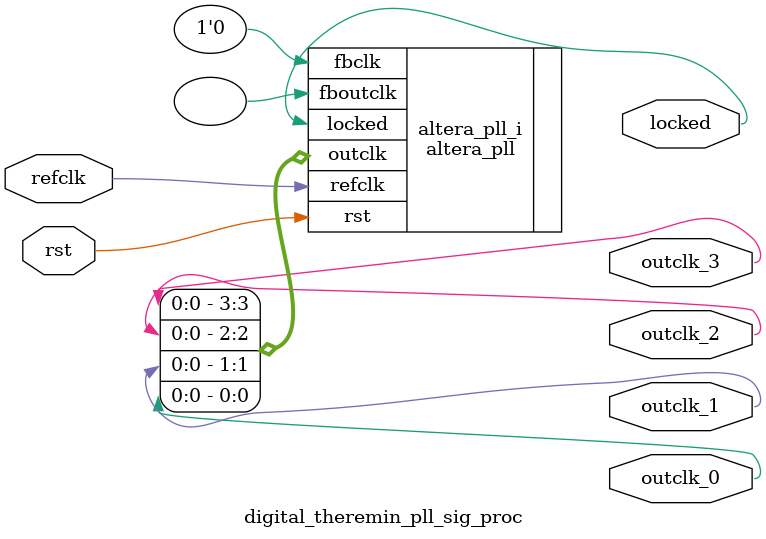
<source format=v>
`timescale 1ns/10ps
module  digital_theremin_pll_sig_proc(

	// interface 'refclk'
	input wire refclk,

	// interface 'reset'
	input wire rst,

	// interface 'outclk0'
	output wire outclk_0,

	// interface 'outclk1'
	output wire outclk_1,

	// interface 'outclk2'
	output wire outclk_2,

	// interface 'outclk3'
	output wire outclk_3,

	// interface 'locked'
	output wire locked
);

	altera_pll #(
		.fractional_vco_multiplier("false"),
		.reference_clock_frequency("50.0 MHz"),
		.operation_mode("direct"),
		.number_of_clocks(4),
		.output_clock_frequency0("54.000000 MHz"),
		.phase_shift0("0 ps"),
		.duty_cycle0(50),
		.output_clock_frequency1("24.000000 MHz"),
		.phase_shift1("0 ps"),
		.duty_cycle1(50),
		.output_clock_frequency2("12.000000 MHz"),
		.phase_shift2("0 ps"),
		.duty_cycle2(50),
		.output_clock_frequency3("12.000000 MHz"),
		.phase_shift3("0 ps"),
		.duty_cycle3(50),
		.output_clock_frequency4("0 MHz"),
		.phase_shift4("0 ps"),
		.duty_cycle4(50),
		.output_clock_frequency5("0 MHz"),
		.phase_shift5("0 ps"),
		.duty_cycle5(50),
		.output_clock_frequency6("0 MHz"),
		.phase_shift6("0 ps"),
		.duty_cycle6(50),
		.output_clock_frequency7("0 MHz"),
		.phase_shift7("0 ps"),
		.duty_cycle7(50),
		.output_clock_frequency8("0 MHz"),
		.phase_shift8("0 ps"),
		.duty_cycle8(50),
		.output_clock_frequency9("0 MHz"),
		.phase_shift9("0 ps"),
		.duty_cycle9(50),
		.output_clock_frequency10("0 MHz"),
		.phase_shift10("0 ps"),
		.duty_cycle10(50),
		.output_clock_frequency11("0 MHz"),
		.phase_shift11("0 ps"),
		.duty_cycle11(50),
		.output_clock_frequency12("0 MHz"),
		.phase_shift12("0 ps"),
		.duty_cycle12(50),
		.output_clock_frequency13("0 MHz"),
		.phase_shift13("0 ps"),
		.duty_cycle13(50),
		.output_clock_frequency14("0 MHz"),
		.phase_shift14("0 ps"),
		.duty_cycle14(50),
		.output_clock_frequency15("0 MHz"),
		.phase_shift15("0 ps"),
		.duty_cycle15(50),
		.output_clock_frequency16("0 MHz"),
		.phase_shift16("0 ps"),
		.duty_cycle16(50),
		.output_clock_frequency17("0 MHz"),
		.phase_shift17("0 ps"),
		.duty_cycle17(50),
		.pll_type("General"),
		.pll_subtype("General")
	) altera_pll_i (
		.rst	(rst),
		.outclk	({outclk_3, outclk_2, outclk_1, outclk_0}),
		.locked	(locked),
		.fboutclk	( ),
		.fbclk	(1'b0),
		.refclk	(refclk)
	);
endmodule


</source>
